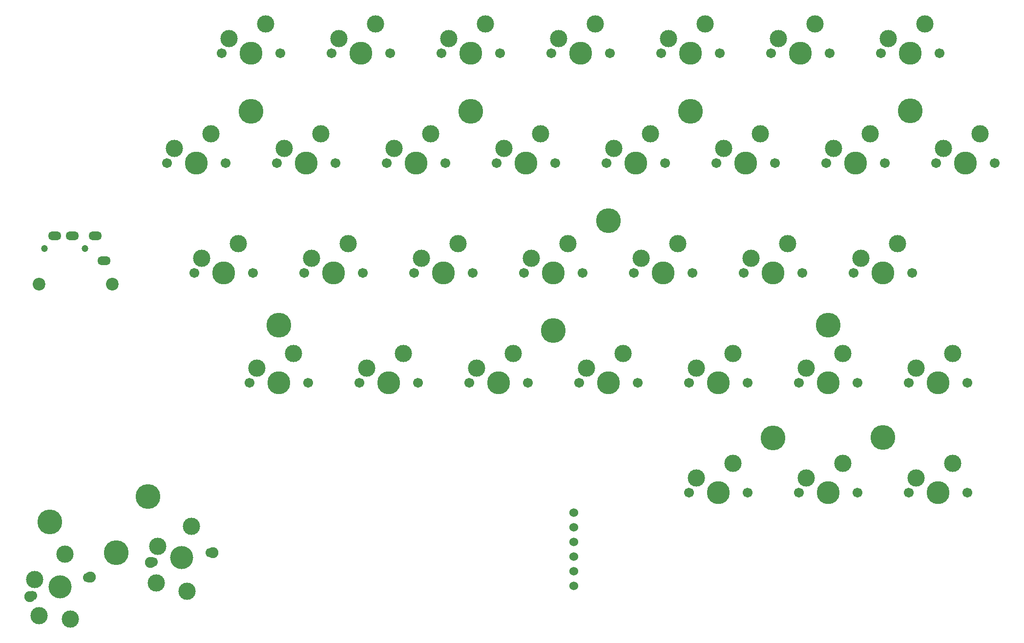
<source format=gts>
%TF.GenerationSoftware,KiCad,Pcbnew,7.0.10*%
%TF.CreationDate,2024-02-19T14:08:03+09:00*%
%TF.ProjectId,keyball-row-staggered-right,6b657962-616c-46c2-9d72-6f772d737461,rev?*%
%TF.SameCoordinates,Original*%
%TF.FileFunction,Soldermask,Top*%
%TF.FilePolarity,Negative*%
%FSLAX46Y46*%
G04 Gerber Fmt 4.6, Leading zero omitted, Abs format (unit mm)*
G04 Created by KiCad (PCBNEW 7.0.10) date 2024-02-19 14:08:03*
%MOMM*%
%LPD*%
G01*
G04 APERTURE LIST*
%ADD10C,4.300000*%
%ADD11C,1.701800*%
%ADD12C,3.000000*%
%ADD13C,3.987800*%
%ADD14C,1.200000*%
%ADD15O,2.300000X1.500000*%
%ADD16C,1.524000*%
%ADD17C,2.200000*%
%ADD18C,1.900000*%
%ADD19C,1.700000*%
%ADD20C,4.000000*%
G04 APERTURE END LIST*
D10*
%TO.C,Ref\u002A\u002A*%
X123825000Y-57658000D03*
%TD*%
D11*
%TO.C,SW25*%
X123507500Y-104775000D03*
D12*
X124777500Y-102235000D03*
D13*
X128587500Y-104775000D03*
D12*
X131127500Y-99695000D03*
D11*
X133667500Y-104775000D03*
%TD*%
D14*
%TO.C,J12*%
X49866000Y-81432000D03*
X56866000Y-81432000D03*
D15*
X60166000Y-83582000D03*
X51666000Y-79282000D03*
X54666000Y-79282000D03*
X58666000Y-79282000D03*
%TD*%
D10*
%TO.C,Ref\u002A\u002A*%
X90474800Y-94742000D03*
%TD*%
%TO.C,Ref\u002A\u002A*%
X50800000Y-128900000D03*
%TD*%
D11*
%TO.C,SW22*%
X190182500Y-85725000D03*
D12*
X191452500Y-83185000D03*
D13*
X195262500Y-85725000D03*
D12*
X197802500Y-80645000D03*
D11*
X200342500Y-85725000D03*
%TD*%
%TO.C,SW14*%
X185420000Y-66675000D03*
D12*
X186690000Y-64135000D03*
D13*
X190500000Y-66675000D03*
D12*
X193040000Y-61595000D03*
D11*
X195580000Y-66675000D03*
%TD*%
D10*
%TO.C,Ref\u002A\u002A*%
X185730000Y-94760000D03*
%TD*%
%TO.C,Ref\u002A\u002A*%
X147660000Y-76680000D03*
%TD*%
D11*
%TO.C,SW19*%
X133032500Y-85725000D03*
D12*
X134302500Y-83185000D03*
D13*
X138112500Y-85725000D03*
D12*
X140652500Y-80645000D03*
D11*
X143192500Y-85725000D03*
%TD*%
%TO.C,SW12*%
X147320000Y-66675000D03*
D12*
X148590000Y-64135000D03*
D13*
X152400000Y-66675000D03*
D12*
X154940000Y-61595000D03*
D11*
X157480000Y-66675000D03*
%TD*%
D16*
%TO.C,J1*%
X141680000Y-127260000D03*
X141680000Y-129800000D03*
X141680000Y-132340000D03*
X141680000Y-134880000D03*
X141680000Y-137420000D03*
X141680000Y-139960000D03*
%TD*%
D10*
%TO.C,Ref\u002A\u002A*%
X200025000Y-57632600D03*
%TD*%
D11*
%TO.C,SW26*%
X142557500Y-104775000D03*
D12*
X143827500Y-102235000D03*
D13*
X147637500Y-104775000D03*
D12*
X150177500Y-99695000D03*
D11*
X152717500Y-104775000D03*
%TD*%
D10*
%TO.C,Ref\u002A\u002A*%
X176200000Y-114300000D03*
%TD*%
D11*
%TO.C,SW23*%
X85407500Y-104775000D03*
D12*
X86677500Y-102235000D03*
D13*
X90487500Y-104775000D03*
D12*
X93027500Y-99695000D03*
D11*
X95567500Y-104775000D03*
%TD*%
D10*
%TO.C,Ref\u002A\u002A*%
X195250000Y-114240000D03*
%TD*%
D11*
%TO.C,SW3*%
X118745000Y-47625000D03*
D12*
X120015000Y-45085000D03*
D13*
X123825000Y-47625000D03*
D12*
X126365000Y-42545000D03*
D11*
X128905000Y-47625000D03*
%TD*%
D17*
%TO.C,REF\u002A\u002A*%
X61601000Y-87630000D03*
%TD*%
D18*
%TO.C,SW30*%
X47343079Y-141811455D03*
D19*
X47742523Y-141681668D03*
D12*
X48961970Y-145175856D03*
X48165462Y-138873533D03*
D20*
X52573890Y-140111862D03*
D12*
X54397090Y-145723095D03*
X53419767Y-134495592D03*
D19*
X57405257Y-138542056D03*
D18*
X57804701Y-138412269D03*
%TD*%
D11*
%TO.C,SW20*%
X152082500Y-85725000D03*
D12*
X153352500Y-83185000D03*
D13*
X157162500Y-85725000D03*
D12*
X159702500Y-80645000D03*
D11*
X162242500Y-85725000D03*
%TD*%
%TO.C,SW33*%
X180657500Y-123825000D03*
D12*
X181927500Y-121285000D03*
D13*
X185737500Y-123825000D03*
D12*
X188277500Y-118745000D03*
D11*
X190817500Y-123825000D03*
%TD*%
D10*
%TO.C,Ref\u002A\u002A*%
X67790000Y-124490000D03*
%TD*%
D11*
%TO.C,SW9*%
X90170000Y-66675000D03*
D12*
X91440000Y-64135000D03*
D13*
X95250000Y-66675000D03*
D12*
X97790000Y-61595000D03*
D11*
X100330000Y-66675000D03*
%TD*%
%TO.C,SW11*%
X128270000Y-66675000D03*
D12*
X129540000Y-64135000D03*
D13*
X133350000Y-66675000D03*
D12*
X135890000Y-61595000D03*
D11*
X138430000Y-66675000D03*
%TD*%
%TO.C,SW6*%
X175895000Y-47625000D03*
D12*
X177165000Y-45085000D03*
D13*
X180975000Y-47625000D03*
D12*
X183515000Y-42545000D03*
D11*
X186055000Y-47625000D03*
%TD*%
D10*
%TO.C,Ref\u002A\u002A*%
X161925000Y-57658000D03*
%TD*%
D11*
%TO.C,SW29*%
X199707500Y-104775000D03*
D12*
X200977500Y-102235000D03*
D13*
X204787500Y-104775000D03*
D12*
X207327500Y-99695000D03*
D11*
X209867500Y-104775000D03*
%TD*%
%TO.C,SW21*%
X171132500Y-85725000D03*
D12*
X172402500Y-83185000D03*
D13*
X176212500Y-85725000D03*
D12*
X178752500Y-80645000D03*
D11*
X181292500Y-85725000D03*
%TD*%
%TO.C,SW32*%
X161607500Y-123825000D03*
D12*
X162877500Y-121285000D03*
D13*
X166687500Y-123825000D03*
D12*
X169227500Y-118745000D03*
D11*
X171767500Y-123825000D03*
%TD*%
%TO.C,SW1*%
X80645000Y-47625000D03*
D12*
X81915000Y-45085000D03*
D13*
X85725000Y-47625000D03*
D12*
X88265000Y-42545000D03*
D11*
X90805000Y-47625000D03*
%TD*%
%TO.C,SW10*%
X109220000Y-66675000D03*
D12*
X110490000Y-64135000D03*
D13*
X114300000Y-66675000D03*
D12*
X116840000Y-61595000D03*
D11*
X119380000Y-66675000D03*
%TD*%
D17*
%TO.C,REF\u002A\u002A*%
X48901000Y-87630000D03*
%TD*%
D11*
%TO.C,SW13*%
X166370000Y-66675000D03*
D12*
X167640000Y-64135000D03*
D13*
X171450000Y-66675000D03*
D12*
X173990000Y-61595000D03*
D11*
X176530000Y-66675000D03*
%TD*%
%TO.C,SW16*%
X75882500Y-85725000D03*
D12*
X77152500Y-83185000D03*
D13*
X80962500Y-85725000D03*
D12*
X83502500Y-80645000D03*
D11*
X86042500Y-85725000D03*
%TD*%
%TO.C,SW28*%
X180657500Y-104775000D03*
D12*
X181927500Y-102235000D03*
D13*
X185737500Y-104775000D03*
D12*
X188277500Y-99695000D03*
D11*
X190817500Y-104775000D03*
%TD*%
%TO.C,SW18*%
X113982500Y-85725000D03*
D12*
X115252500Y-83185000D03*
D13*
X119062500Y-85725000D03*
D12*
X121602500Y-80645000D03*
D11*
X124142500Y-85725000D03*
%TD*%
%TO.C,SW24*%
X104457500Y-104775000D03*
D12*
X105727500Y-102235000D03*
D13*
X109537500Y-104775000D03*
D12*
X112077500Y-99695000D03*
D11*
X114617500Y-104775000D03*
%TD*%
%TO.C,SW5*%
X156845000Y-47625000D03*
D12*
X158115000Y-45085000D03*
D13*
X161925000Y-47625000D03*
D12*
X164465000Y-42545000D03*
D11*
X167005000Y-47625000D03*
%TD*%
%TO.C,SW4*%
X137795000Y-47625000D03*
D12*
X139065000Y-45085000D03*
D13*
X142875000Y-47625000D03*
D12*
X145415000Y-42545000D03*
D11*
X147955000Y-47625000D03*
%TD*%
D10*
%TO.C,Ref\u002A\u002A*%
X85725000Y-57658000D03*
%TD*%
D11*
%TO.C,SW27*%
X161607500Y-104775000D03*
D12*
X162877500Y-102235000D03*
D13*
X166687500Y-104775000D03*
D12*
X169227500Y-99695000D03*
D11*
X171767500Y-104775000D03*
%TD*%
D10*
%TO.C,Ref\u002A\u002A*%
X138125200Y-95732600D03*
%TD*%
D11*
%TO.C,SW8*%
X71120000Y-66675000D03*
D12*
X72390000Y-64135000D03*
D13*
X76200000Y-66675000D03*
D12*
X78740000Y-61595000D03*
D11*
X81280000Y-66675000D03*
%TD*%
%TO.C,SW17*%
X94932500Y-85725000D03*
D12*
X96202500Y-83185000D03*
D13*
X100012500Y-85725000D03*
D12*
X102552500Y-80645000D03*
D11*
X105092500Y-85725000D03*
%TD*%
%TO.C,SW34*%
X199707500Y-123825000D03*
D12*
X200977500Y-121285000D03*
D13*
X204787500Y-123825000D03*
D12*
X207327500Y-118745000D03*
D11*
X209867500Y-123825000D03*
%TD*%
%TO.C,SW7*%
X194945000Y-47625000D03*
D12*
X196215000Y-45085000D03*
D13*
X200025000Y-47625000D03*
D12*
X202565000Y-42545000D03*
D11*
X205105000Y-47625000D03*
%TD*%
D10*
%TO.C,Ref\u002A\u002A*%
X62330000Y-134250000D03*
%TD*%
D11*
%TO.C,SW2*%
X99695000Y-47625000D03*
D12*
X100965000Y-45085000D03*
D13*
X104775000Y-47625000D03*
D12*
X107315000Y-42545000D03*
D11*
X109855000Y-47625000D03*
%TD*%
D18*
%TO.C,SW31*%
X68217348Y-135903771D03*
D19*
X68632177Y-135838068D03*
D12*
X69290000Y-139480000D03*
X69489198Y-133130668D03*
D20*
X73649634Y-135043381D03*
D12*
X74572597Y-140870742D03*
X75363675Y-129628581D03*
D19*
X78667091Y-134248694D03*
D18*
X79081920Y-134182991D03*
%TD*%
D11*
%TO.C,SW15*%
X204470000Y-66675000D03*
D12*
X205740000Y-64135000D03*
D13*
X209550000Y-66675000D03*
D12*
X212090000Y-61595000D03*
D11*
X214630000Y-66675000D03*
%TD*%
M02*

</source>
